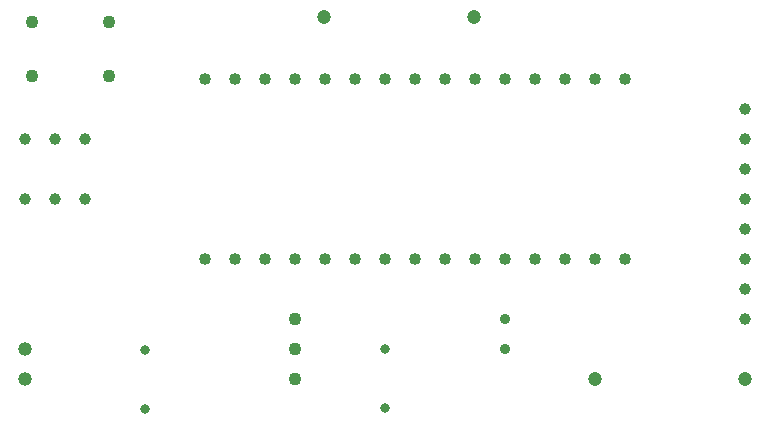
<source format=gbr>
%TF.GenerationSoftware,KiCad,Pcbnew,9.0.1+1*%
%TF.CreationDate,2025-05-09T02:34:31+00:00*%
%TF.ProjectId,modulo_seguidor,6d6f6475-6c6f-45f7-9365-677569646f72,rev?*%
%TF.SameCoordinates,Original*%
%TF.FileFunction,Plated,1,12,PTH,Drill*%
%TF.FilePolarity,Positive*%
%FSLAX46Y46*%
G04 Gerber Fmt 4.6, Leading zero omitted, Abs format (unit mm)*
G04 Created by KiCad (PCBNEW 9.0.1+1) date 2025-05-09 02:34:31*
%MOMM*%
%LPD*%
G01*
G04 APERTURE LIST*
%TA.AperFunction,ComponentDrill*%
%ADD10C,0.800000*%
%TD*%
%TA.AperFunction,ComponentDrill*%
%ADD11C,0.900000*%
%TD*%
%TA.AperFunction,ComponentDrill*%
%ADD12C,1.000000*%
%TD*%
%TA.AperFunction,ComponentDrill*%
%ADD13C,1.016000*%
%TD*%
%TA.AperFunction,ComponentDrill*%
%ADD14C,1.100000*%
%TD*%
%TA.AperFunction,ComponentDrill*%
%ADD15C,1.190000*%
%TD*%
%TA.AperFunction,ComponentDrill*%
%ADD16C,1.200000*%
%TD*%
G04 APERTURE END LIST*
D10*
%TO.C,C1*%
X91440000Y-86440000D03*
X91440000Y-91440000D03*
%TO.C,C2*%
X111760000Y-86360000D03*
X111760000Y-91360000D03*
D11*
%TO.C,D1*%
X121920000Y-83820000D03*
X121920000Y-86360000D03*
D12*
%TO.C,J4*%
X81280000Y-68580000D03*
%TO.C,J5*%
X81280000Y-73660000D03*
%TO.C,J4*%
X83820000Y-68580000D03*
%TO.C,J5*%
X83820000Y-73660000D03*
%TO.C,J4*%
X86360000Y-68580000D03*
%TO.C,J5*%
X86360000Y-73660000D03*
%TO.C,J6*%
X142240000Y-66040000D03*
X142240000Y-68580000D03*
X142240000Y-71120000D03*
X142240000Y-73660000D03*
X142240000Y-76200000D03*
X142240000Y-78740000D03*
X142240000Y-81280000D03*
X142240000Y-83820000D03*
D13*
%TO.C,A2*%
X96520000Y-63500000D03*
X96520000Y-78740000D03*
X99060000Y-63500000D03*
X99060000Y-78740000D03*
X101600000Y-63500000D03*
X101600000Y-78740000D03*
X104140000Y-63500000D03*
X104140000Y-78740000D03*
X106680000Y-63500000D03*
X106680000Y-78740000D03*
X109220000Y-63500000D03*
X109220000Y-78740000D03*
X111760000Y-63500000D03*
X111760000Y-78740000D03*
X114300000Y-63500000D03*
X114300000Y-78740000D03*
X116840000Y-63500000D03*
X116840000Y-78740000D03*
X119380000Y-63500000D03*
X119380000Y-78740000D03*
X121920000Y-63500000D03*
X121920000Y-78740000D03*
X124460000Y-63500000D03*
X124460000Y-78740000D03*
X127000000Y-63500000D03*
X127000000Y-78740000D03*
X129540000Y-63500000D03*
X129540000Y-78740000D03*
X132080000Y-63500000D03*
X132080000Y-78740000D03*
D14*
%TO.C,SW1*%
X81873887Y-58695256D03*
X81873887Y-63195256D03*
X88373887Y-58695256D03*
X88373887Y-63195256D03*
%TO.C,U1*%
X104140000Y-83820000D03*
X104140000Y-86360000D03*
X104140000Y-88900000D03*
D15*
%TO.C,J1*%
X81280000Y-86360000D03*
X81280000Y-88900000D03*
D16*
%TO.C,R1*%
X106569289Y-58262866D03*
X119269289Y-58262866D03*
%TO.C,R2*%
X129540000Y-88902509D03*
X142240000Y-88902509D03*
M02*

</source>
